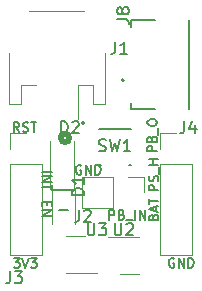
<source format=gto>
%TF.GenerationSoftware,KiCad,Pcbnew,8.0.1*%
%TF.CreationDate,2024-04-23T06:28:50-07:00*%
%TF.ProjectId,OnOffController,4f6e4f66-6643-46f6-9e74-726f6c6c6572,rev?*%
%TF.SameCoordinates,Original*%
%TF.FileFunction,Legend,Top*%
%TF.FilePolarity,Positive*%
%FSLAX46Y46*%
G04 Gerber Fmt 4.6, Leading zero omitted, Abs format (unit mm)*
G04 Created by KiCad (PCBNEW 8.0.1) date 2024-04-23 06:28:50*
%MOMM*%
%LPD*%
G01*
G04 APERTURE LIST*
%ADD10C,0.150000*%
%ADD11C,0.120000*%
%ADD12C,0.127000*%
%ADD13C,0.200000*%
%ADD14C,0.152400*%
%ADD15C,0.508000*%
G04 APERTURE END LIST*
D10*
X156464000Y-90678000D02*
X157226000Y-90678000D01*
X158623000Y-83312000D02*
G75*
G02*
X158369000Y-83312000I-127000J0D01*
G01*
X158369000Y-83312000D02*
G75*
G02*
X158623000Y-83312000I127000J0D01*
G01*
X160690160Y-91461295D02*
X160690160Y-90661295D01*
X160690160Y-90661295D02*
X160994922Y-90661295D01*
X160994922Y-90661295D02*
X161071112Y-90699390D01*
X161071112Y-90699390D02*
X161109207Y-90737485D01*
X161109207Y-90737485D02*
X161147303Y-90813676D01*
X161147303Y-90813676D02*
X161147303Y-90927961D01*
X161147303Y-90927961D02*
X161109207Y-91004152D01*
X161109207Y-91004152D02*
X161071112Y-91042247D01*
X161071112Y-91042247D02*
X160994922Y-91080342D01*
X160994922Y-91080342D02*
X160690160Y-91080342D01*
X161756826Y-91042247D02*
X161871112Y-91080342D01*
X161871112Y-91080342D02*
X161909207Y-91118438D01*
X161909207Y-91118438D02*
X161947303Y-91194628D01*
X161947303Y-91194628D02*
X161947303Y-91308914D01*
X161947303Y-91308914D02*
X161909207Y-91385104D01*
X161909207Y-91385104D02*
X161871112Y-91423200D01*
X161871112Y-91423200D02*
X161794922Y-91461295D01*
X161794922Y-91461295D02*
X161490160Y-91461295D01*
X161490160Y-91461295D02*
X161490160Y-90661295D01*
X161490160Y-90661295D02*
X161756826Y-90661295D01*
X161756826Y-90661295D02*
X161833017Y-90699390D01*
X161833017Y-90699390D02*
X161871112Y-90737485D01*
X161871112Y-90737485D02*
X161909207Y-90813676D01*
X161909207Y-90813676D02*
X161909207Y-90889866D01*
X161909207Y-90889866D02*
X161871112Y-90966057D01*
X161871112Y-90966057D02*
X161833017Y-91004152D01*
X161833017Y-91004152D02*
X161756826Y-91042247D01*
X161756826Y-91042247D02*
X161490160Y-91042247D01*
X162099684Y-91537485D02*
X162709207Y-91537485D01*
X162899684Y-91461295D02*
X162899684Y-90661295D01*
X163280636Y-91461295D02*
X163280636Y-90661295D01*
X163280636Y-90661295D02*
X163737779Y-91461295D01*
X163737779Y-91461295D02*
X163737779Y-90661295D01*
X164448247Y-91265173D02*
X164486342Y-91150887D01*
X164486342Y-91150887D02*
X164524438Y-91112792D01*
X164524438Y-91112792D02*
X164600628Y-91074696D01*
X164600628Y-91074696D02*
X164714914Y-91074696D01*
X164714914Y-91074696D02*
X164791104Y-91112792D01*
X164791104Y-91112792D02*
X164829200Y-91150887D01*
X164829200Y-91150887D02*
X164867295Y-91227077D01*
X164867295Y-91227077D02*
X164867295Y-91531839D01*
X164867295Y-91531839D02*
X164067295Y-91531839D01*
X164067295Y-91531839D02*
X164067295Y-91265173D01*
X164067295Y-91265173D02*
X164105390Y-91188982D01*
X164105390Y-91188982D02*
X164143485Y-91150887D01*
X164143485Y-91150887D02*
X164219676Y-91112792D01*
X164219676Y-91112792D02*
X164295866Y-91112792D01*
X164295866Y-91112792D02*
X164372057Y-91150887D01*
X164372057Y-91150887D02*
X164410152Y-91188982D01*
X164410152Y-91188982D02*
X164448247Y-91265173D01*
X164448247Y-91265173D02*
X164448247Y-91531839D01*
X164638723Y-90769935D02*
X164638723Y-90388982D01*
X164867295Y-90846125D02*
X164067295Y-90579458D01*
X164067295Y-90579458D02*
X164867295Y-90312792D01*
X164067295Y-90160411D02*
X164067295Y-89703268D01*
X164867295Y-89931840D02*
X164067295Y-89931840D01*
X166189207Y-94763390D02*
X166113017Y-94725295D01*
X166113017Y-94725295D02*
X165998731Y-94725295D01*
X165998731Y-94725295D02*
X165884445Y-94763390D01*
X165884445Y-94763390D02*
X165808255Y-94839580D01*
X165808255Y-94839580D02*
X165770160Y-94915771D01*
X165770160Y-94915771D02*
X165732064Y-95068152D01*
X165732064Y-95068152D02*
X165732064Y-95182438D01*
X165732064Y-95182438D02*
X165770160Y-95334819D01*
X165770160Y-95334819D02*
X165808255Y-95411009D01*
X165808255Y-95411009D02*
X165884445Y-95487200D01*
X165884445Y-95487200D02*
X165998731Y-95525295D01*
X165998731Y-95525295D02*
X166074922Y-95525295D01*
X166074922Y-95525295D02*
X166189207Y-95487200D01*
X166189207Y-95487200D02*
X166227303Y-95449104D01*
X166227303Y-95449104D02*
X166227303Y-95182438D01*
X166227303Y-95182438D02*
X166074922Y-95182438D01*
X166570160Y-95525295D02*
X166570160Y-94725295D01*
X166570160Y-94725295D02*
X167027303Y-95525295D01*
X167027303Y-95525295D02*
X167027303Y-94725295D01*
X167408255Y-95525295D02*
X167408255Y-94725295D01*
X167408255Y-94725295D02*
X167598731Y-94725295D01*
X167598731Y-94725295D02*
X167713017Y-94763390D01*
X167713017Y-94763390D02*
X167789207Y-94839580D01*
X167789207Y-94839580D02*
X167827302Y-94915771D01*
X167827302Y-94915771D02*
X167865398Y-95068152D01*
X167865398Y-95068152D02*
X167865398Y-95182438D01*
X167865398Y-95182438D02*
X167827302Y-95334819D01*
X167827302Y-95334819D02*
X167789207Y-95411009D01*
X167789207Y-95411009D02*
X167713017Y-95487200D01*
X167713017Y-95487200D02*
X167598731Y-95525295D01*
X167598731Y-95525295D02*
X167408255Y-95525295D01*
X152612969Y-94725295D02*
X153108207Y-94725295D01*
X153108207Y-94725295D02*
X152841541Y-95030057D01*
X152841541Y-95030057D02*
X152955826Y-95030057D01*
X152955826Y-95030057D02*
X153032017Y-95068152D01*
X153032017Y-95068152D02*
X153070112Y-95106247D01*
X153070112Y-95106247D02*
X153108207Y-95182438D01*
X153108207Y-95182438D02*
X153108207Y-95372914D01*
X153108207Y-95372914D02*
X153070112Y-95449104D01*
X153070112Y-95449104D02*
X153032017Y-95487200D01*
X153032017Y-95487200D02*
X152955826Y-95525295D01*
X152955826Y-95525295D02*
X152727255Y-95525295D01*
X152727255Y-95525295D02*
X152651064Y-95487200D01*
X152651064Y-95487200D02*
X152612969Y-95449104D01*
X153336779Y-94725295D02*
X153603446Y-95525295D01*
X153603446Y-95525295D02*
X153870112Y-94725295D01*
X154060588Y-94725295D02*
X154555826Y-94725295D01*
X154555826Y-94725295D02*
X154289160Y-95030057D01*
X154289160Y-95030057D02*
X154403445Y-95030057D01*
X154403445Y-95030057D02*
X154479636Y-95068152D01*
X154479636Y-95068152D02*
X154517731Y-95106247D01*
X154517731Y-95106247D02*
X154555826Y-95182438D01*
X154555826Y-95182438D02*
X154555826Y-95372914D01*
X154555826Y-95372914D02*
X154517731Y-95449104D01*
X154517731Y-95449104D02*
X154479636Y-95487200D01*
X154479636Y-95487200D02*
X154403445Y-95525295D01*
X154403445Y-95525295D02*
X154174874Y-95525295D01*
X154174874Y-95525295D02*
X154098683Y-95487200D01*
X154098683Y-95487200D02*
X154060588Y-95449104D01*
X155045704Y-87411160D02*
X155845704Y-87411160D01*
X155045704Y-87792112D02*
X155845704Y-87792112D01*
X155845704Y-87792112D02*
X155045704Y-88249255D01*
X155045704Y-88249255D02*
X155845704Y-88249255D01*
X155845704Y-88515921D02*
X155845704Y-88973064D01*
X155045704Y-88744492D02*
X155845704Y-88744492D01*
X158315207Y-86889390D02*
X158239017Y-86851295D01*
X158239017Y-86851295D02*
X158124731Y-86851295D01*
X158124731Y-86851295D02*
X158010445Y-86889390D01*
X158010445Y-86889390D02*
X157934255Y-86965580D01*
X157934255Y-86965580D02*
X157896160Y-87041771D01*
X157896160Y-87041771D02*
X157858064Y-87194152D01*
X157858064Y-87194152D02*
X157858064Y-87308438D01*
X157858064Y-87308438D02*
X157896160Y-87460819D01*
X157896160Y-87460819D02*
X157934255Y-87537009D01*
X157934255Y-87537009D02*
X158010445Y-87613200D01*
X158010445Y-87613200D02*
X158124731Y-87651295D01*
X158124731Y-87651295D02*
X158200922Y-87651295D01*
X158200922Y-87651295D02*
X158315207Y-87613200D01*
X158315207Y-87613200D02*
X158353303Y-87575104D01*
X158353303Y-87575104D02*
X158353303Y-87308438D01*
X158353303Y-87308438D02*
X158200922Y-87308438D01*
X158696160Y-87651295D02*
X158696160Y-86851295D01*
X158696160Y-86851295D02*
X159153303Y-87651295D01*
X159153303Y-87651295D02*
X159153303Y-86851295D01*
X159534255Y-87651295D02*
X159534255Y-86851295D01*
X159534255Y-86851295D02*
X159724731Y-86851295D01*
X159724731Y-86851295D02*
X159839017Y-86889390D01*
X159839017Y-86889390D02*
X159915207Y-86965580D01*
X159915207Y-86965580D02*
X159953302Y-87041771D01*
X159953302Y-87041771D02*
X159991398Y-87194152D01*
X159991398Y-87194152D02*
X159991398Y-87308438D01*
X159991398Y-87308438D02*
X159953302Y-87460819D01*
X159953302Y-87460819D02*
X159915207Y-87537009D01*
X159915207Y-87537009D02*
X159839017Y-87613200D01*
X159839017Y-87613200D02*
X159724731Y-87651295D01*
X159724731Y-87651295D02*
X159534255Y-87651295D01*
X164867295Y-88991839D02*
X164067295Y-88991839D01*
X164067295Y-88991839D02*
X164067295Y-88687077D01*
X164067295Y-88687077D02*
X164105390Y-88610887D01*
X164105390Y-88610887D02*
X164143485Y-88572792D01*
X164143485Y-88572792D02*
X164219676Y-88534696D01*
X164219676Y-88534696D02*
X164333961Y-88534696D01*
X164333961Y-88534696D02*
X164410152Y-88572792D01*
X164410152Y-88572792D02*
X164448247Y-88610887D01*
X164448247Y-88610887D02*
X164486342Y-88687077D01*
X164486342Y-88687077D02*
X164486342Y-88991839D01*
X164829200Y-88229935D02*
X164867295Y-88115649D01*
X164867295Y-88115649D02*
X164867295Y-87925173D01*
X164867295Y-87925173D02*
X164829200Y-87848982D01*
X164829200Y-87848982D02*
X164791104Y-87810887D01*
X164791104Y-87810887D02*
X164714914Y-87772792D01*
X164714914Y-87772792D02*
X164638723Y-87772792D01*
X164638723Y-87772792D02*
X164562533Y-87810887D01*
X164562533Y-87810887D02*
X164524438Y-87848982D01*
X164524438Y-87848982D02*
X164486342Y-87925173D01*
X164486342Y-87925173D02*
X164448247Y-88077554D01*
X164448247Y-88077554D02*
X164410152Y-88153744D01*
X164410152Y-88153744D02*
X164372057Y-88191839D01*
X164372057Y-88191839D02*
X164295866Y-88229935D01*
X164295866Y-88229935D02*
X164219676Y-88229935D01*
X164219676Y-88229935D02*
X164143485Y-88191839D01*
X164143485Y-88191839D02*
X164105390Y-88153744D01*
X164105390Y-88153744D02*
X164067295Y-88077554D01*
X164067295Y-88077554D02*
X164067295Y-87887077D01*
X164067295Y-87887077D02*
X164105390Y-87772792D01*
X164943485Y-87620411D02*
X164943485Y-87010887D01*
X164867295Y-86820410D02*
X164067295Y-86820410D01*
X164448247Y-86820410D02*
X164448247Y-86363267D01*
X164867295Y-86363267D02*
X164067295Y-86363267D01*
X164740295Y-85689839D02*
X163940295Y-85689839D01*
X163940295Y-85689839D02*
X163940295Y-85385077D01*
X163940295Y-85385077D02*
X163978390Y-85308887D01*
X163978390Y-85308887D02*
X164016485Y-85270792D01*
X164016485Y-85270792D02*
X164092676Y-85232696D01*
X164092676Y-85232696D02*
X164206961Y-85232696D01*
X164206961Y-85232696D02*
X164283152Y-85270792D01*
X164283152Y-85270792D02*
X164321247Y-85308887D01*
X164321247Y-85308887D02*
X164359342Y-85385077D01*
X164359342Y-85385077D02*
X164359342Y-85689839D01*
X164321247Y-84623173D02*
X164359342Y-84508887D01*
X164359342Y-84508887D02*
X164397438Y-84470792D01*
X164397438Y-84470792D02*
X164473628Y-84432696D01*
X164473628Y-84432696D02*
X164587914Y-84432696D01*
X164587914Y-84432696D02*
X164664104Y-84470792D01*
X164664104Y-84470792D02*
X164702200Y-84508887D01*
X164702200Y-84508887D02*
X164740295Y-84585077D01*
X164740295Y-84585077D02*
X164740295Y-84889839D01*
X164740295Y-84889839D02*
X163940295Y-84889839D01*
X163940295Y-84889839D02*
X163940295Y-84623173D01*
X163940295Y-84623173D02*
X163978390Y-84546982D01*
X163978390Y-84546982D02*
X164016485Y-84508887D01*
X164016485Y-84508887D02*
X164092676Y-84470792D01*
X164092676Y-84470792D02*
X164168866Y-84470792D01*
X164168866Y-84470792D02*
X164245057Y-84508887D01*
X164245057Y-84508887D02*
X164283152Y-84546982D01*
X164283152Y-84546982D02*
X164321247Y-84623173D01*
X164321247Y-84623173D02*
X164321247Y-84889839D01*
X164816485Y-84280316D02*
X164816485Y-83670792D01*
X163940295Y-83327934D02*
X163940295Y-83175553D01*
X163940295Y-83175553D02*
X163978390Y-83099363D01*
X163978390Y-83099363D02*
X164054580Y-83023172D01*
X164054580Y-83023172D02*
X164206961Y-82985077D01*
X164206961Y-82985077D02*
X164473628Y-82985077D01*
X164473628Y-82985077D02*
X164626009Y-83023172D01*
X164626009Y-83023172D02*
X164702200Y-83099363D01*
X164702200Y-83099363D02*
X164740295Y-83175553D01*
X164740295Y-83175553D02*
X164740295Y-83327934D01*
X164740295Y-83327934D02*
X164702200Y-83404125D01*
X164702200Y-83404125D02*
X164626009Y-83480315D01*
X164626009Y-83480315D02*
X164473628Y-83518411D01*
X164473628Y-83518411D02*
X164206961Y-83518411D01*
X164206961Y-83518411D02*
X164054580Y-83480315D01*
X164054580Y-83480315D02*
X163978390Y-83404125D01*
X163978390Y-83404125D02*
X163940295Y-83327934D01*
X153086303Y-84035295D02*
X152819636Y-83654342D01*
X152629160Y-84035295D02*
X152629160Y-83235295D01*
X152629160Y-83235295D02*
X152933922Y-83235295D01*
X152933922Y-83235295D02*
X153010112Y-83273390D01*
X153010112Y-83273390D02*
X153048207Y-83311485D01*
X153048207Y-83311485D02*
X153086303Y-83387676D01*
X153086303Y-83387676D02*
X153086303Y-83501961D01*
X153086303Y-83501961D02*
X153048207Y-83578152D01*
X153048207Y-83578152D02*
X153010112Y-83616247D01*
X153010112Y-83616247D02*
X152933922Y-83654342D01*
X152933922Y-83654342D02*
X152629160Y-83654342D01*
X153391064Y-83997200D02*
X153505350Y-84035295D01*
X153505350Y-84035295D02*
X153695826Y-84035295D01*
X153695826Y-84035295D02*
X153772017Y-83997200D01*
X153772017Y-83997200D02*
X153810112Y-83959104D01*
X153810112Y-83959104D02*
X153848207Y-83882914D01*
X153848207Y-83882914D02*
X153848207Y-83806723D01*
X153848207Y-83806723D02*
X153810112Y-83730533D01*
X153810112Y-83730533D02*
X153772017Y-83692438D01*
X153772017Y-83692438D02*
X153695826Y-83654342D01*
X153695826Y-83654342D02*
X153543445Y-83616247D01*
X153543445Y-83616247D02*
X153467255Y-83578152D01*
X153467255Y-83578152D02*
X153429160Y-83540057D01*
X153429160Y-83540057D02*
X153391064Y-83463866D01*
X153391064Y-83463866D02*
X153391064Y-83387676D01*
X153391064Y-83387676D02*
X153429160Y-83311485D01*
X153429160Y-83311485D02*
X153467255Y-83273390D01*
X153467255Y-83273390D02*
X153543445Y-83235295D01*
X153543445Y-83235295D02*
X153733922Y-83235295D01*
X153733922Y-83235295D02*
X153848207Y-83273390D01*
X154076779Y-83235295D02*
X154533922Y-83235295D01*
X154305350Y-84035295D02*
X154305350Y-83235295D01*
X155464752Y-89951160D02*
X155464752Y-90217826D01*
X155045704Y-90332112D02*
X155045704Y-89951160D01*
X155045704Y-89951160D02*
X155845704Y-89951160D01*
X155845704Y-89951160D02*
X155845704Y-90332112D01*
X155045704Y-90674970D02*
X155845704Y-90674970D01*
X155845704Y-90674970D02*
X155045704Y-91132113D01*
X155045704Y-91132113D02*
X155845704Y-91132113D01*
X158162666Y-90640819D02*
X158162666Y-91355104D01*
X158162666Y-91355104D02*
X158115047Y-91497961D01*
X158115047Y-91497961D02*
X158019809Y-91593200D01*
X158019809Y-91593200D02*
X157876952Y-91640819D01*
X157876952Y-91640819D02*
X157781714Y-91640819D01*
X158591238Y-90736057D02*
X158638857Y-90688438D01*
X158638857Y-90688438D02*
X158734095Y-90640819D01*
X158734095Y-90640819D02*
X158972190Y-90640819D01*
X158972190Y-90640819D02*
X159067428Y-90688438D01*
X159067428Y-90688438D02*
X159115047Y-90736057D01*
X159115047Y-90736057D02*
X159162666Y-90831295D01*
X159162666Y-90831295D02*
X159162666Y-90926533D01*
X159162666Y-90926533D02*
X159115047Y-91069390D01*
X159115047Y-91069390D02*
X158543619Y-91640819D01*
X158543619Y-91640819D02*
X159162666Y-91640819D01*
X158569819Y-89384094D02*
X157569819Y-89384094D01*
X157569819Y-89384094D02*
X157569819Y-89145999D01*
X157569819Y-89145999D02*
X157617438Y-89003142D01*
X157617438Y-89003142D02*
X157712676Y-88907904D01*
X157712676Y-88907904D02*
X157807914Y-88860285D01*
X157807914Y-88860285D02*
X157998390Y-88812666D01*
X157998390Y-88812666D02*
X158141247Y-88812666D01*
X158141247Y-88812666D02*
X158331723Y-88860285D01*
X158331723Y-88860285D02*
X158426961Y-88907904D01*
X158426961Y-88907904D02*
X158522200Y-89003142D01*
X158522200Y-89003142D02*
X158569819Y-89145999D01*
X158569819Y-89145999D02*
X158569819Y-89384094D01*
X158569819Y-87860285D02*
X158569819Y-88431713D01*
X158569819Y-88145999D02*
X157569819Y-88145999D01*
X157569819Y-88145999D02*
X157712676Y-88241237D01*
X157712676Y-88241237D02*
X157807914Y-88336475D01*
X157807914Y-88336475D02*
X157855533Y-88431713D01*
X161163095Y-91783819D02*
X161163095Y-92593342D01*
X161163095Y-92593342D02*
X161210714Y-92688580D01*
X161210714Y-92688580D02*
X161258333Y-92736200D01*
X161258333Y-92736200D02*
X161353571Y-92783819D01*
X161353571Y-92783819D02*
X161544047Y-92783819D01*
X161544047Y-92783819D02*
X161639285Y-92736200D01*
X161639285Y-92736200D02*
X161686904Y-92688580D01*
X161686904Y-92688580D02*
X161734523Y-92593342D01*
X161734523Y-92593342D02*
X161734523Y-91783819D01*
X162163095Y-91879057D02*
X162210714Y-91831438D01*
X162210714Y-91831438D02*
X162305952Y-91783819D01*
X162305952Y-91783819D02*
X162544047Y-91783819D01*
X162544047Y-91783819D02*
X162639285Y-91831438D01*
X162639285Y-91831438D02*
X162686904Y-91879057D01*
X162686904Y-91879057D02*
X162734523Y-91974295D01*
X162734523Y-91974295D02*
X162734523Y-92069533D01*
X162734523Y-92069533D02*
X162686904Y-92212390D01*
X162686904Y-92212390D02*
X162115476Y-92783819D01*
X162115476Y-92783819D02*
X162734523Y-92783819D01*
X161210666Y-76416819D02*
X161210666Y-77131104D01*
X161210666Y-77131104D02*
X161163047Y-77273961D01*
X161163047Y-77273961D02*
X161067809Y-77369200D01*
X161067809Y-77369200D02*
X160924952Y-77416819D01*
X160924952Y-77416819D02*
X160829714Y-77416819D01*
X162210666Y-77416819D02*
X161639238Y-77416819D01*
X161924952Y-77416819D02*
X161924952Y-76416819D01*
X161924952Y-76416819D02*
X161829714Y-76559676D01*
X161829714Y-76559676D02*
X161734476Y-76654914D01*
X161734476Y-76654914D02*
X161639238Y-76702533D01*
X167052666Y-83147819D02*
X167052666Y-83862104D01*
X167052666Y-83862104D02*
X167005047Y-84004961D01*
X167005047Y-84004961D02*
X166909809Y-84100200D01*
X166909809Y-84100200D02*
X166766952Y-84147819D01*
X166766952Y-84147819D02*
X166671714Y-84147819D01*
X167957428Y-83481152D02*
X167957428Y-84147819D01*
X167719333Y-83100200D02*
X167481238Y-83814485D01*
X167481238Y-83814485D02*
X168100285Y-83814485D01*
X158877095Y-91783819D02*
X158877095Y-92593342D01*
X158877095Y-92593342D02*
X158924714Y-92688580D01*
X158924714Y-92688580D02*
X158972333Y-92736200D01*
X158972333Y-92736200D02*
X159067571Y-92783819D01*
X159067571Y-92783819D02*
X159258047Y-92783819D01*
X159258047Y-92783819D02*
X159353285Y-92736200D01*
X159353285Y-92736200D02*
X159400904Y-92688580D01*
X159400904Y-92688580D02*
X159448523Y-92593342D01*
X159448523Y-92593342D02*
X159448523Y-91783819D01*
X159829476Y-91783819D02*
X160448523Y-91783819D01*
X160448523Y-91783819D02*
X160115190Y-92164771D01*
X160115190Y-92164771D02*
X160258047Y-92164771D01*
X160258047Y-92164771D02*
X160353285Y-92212390D01*
X160353285Y-92212390D02*
X160400904Y-92260009D01*
X160400904Y-92260009D02*
X160448523Y-92355247D01*
X160448523Y-92355247D02*
X160448523Y-92593342D01*
X160448523Y-92593342D02*
X160400904Y-92688580D01*
X160400904Y-92688580D02*
X160353285Y-92736200D01*
X160353285Y-92736200D02*
X160258047Y-92783819D01*
X160258047Y-92783819D02*
X159972333Y-92783819D01*
X159972333Y-92783819D02*
X159877095Y-92736200D01*
X159877095Y-92736200D02*
X159829476Y-92688580D01*
X161379819Y-74501333D02*
X162094104Y-74501333D01*
X162094104Y-74501333D02*
X162236961Y-74548952D01*
X162236961Y-74548952D02*
X162332200Y-74644190D01*
X162332200Y-74644190D02*
X162379819Y-74787047D01*
X162379819Y-74787047D02*
X162379819Y-74882285D01*
X161808390Y-73882285D02*
X161760771Y-73977523D01*
X161760771Y-73977523D02*
X161713152Y-74025142D01*
X161713152Y-74025142D02*
X161617914Y-74072761D01*
X161617914Y-74072761D02*
X161570295Y-74072761D01*
X161570295Y-74072761D02*
X161475057Y-74025142D01*
X161475057Y-74025142D02*
X161427438Y-73977523D01*
X161427438Y-73977523D02*
X161379819Y-73882285D01*
X161379819Y-73882285D02*
X161379819Y-73691809D01*
X161379819Y-73691809D02*
X161427438Y-73596571D01*
X161427438Y-73596571D02*
X161475057Y-73548952D01*
X161475057Y-73548952D02*
X161570295Y-73501333D01*
X161570295Y-73501333D02*
X161617914Y-73501333D01*
X161617914Y-73501333D02*
X161713152Y-73548952D01*
X161713152Y-73548952D02*
X161760771Y-73596571D01*
X161760771Y-73596571D02*
X161808390Y-73691809D01*
X161808390Y-73691809D02*
X161808390Y-73882285D01*
X161808390Y-73882285D02*
X161856009Y-73977523D01*
X161856009Y-73977523D02*
X161903628Y-74025142D01*
X161903628Y-74025142D02*
X161998866Y-74072761D01*
X161998866Y-74072761D02*
X162189342Y-74072761D01*
X162189342Y-74072761D02*
X162284580Y-74025142D01*
X162284580Y-74025142D02*
X162332200Y-73977523D01*
X162332200Y-73977523D02*
X162379819Y-73882285D01*
X162379819Y-73882285D02*
X162379819Y-73691809D01*
X162379819Y-73691809D02*
X162332200Y-73596571D01*
X162332200Y-73596571D02*
X162284580Y-73548952D01*
X162284580Y-73548952D02*
X162189342Y-73501333D01*
X162189342Y-73501333D02*
X161998866Y-73501333D01*
X161998866Y-73501333D02*
X161903628Y-73548952D01*
X161903628Y-73548952D02*
X161856009Y-73596571D01*
X161856009Y-73596571D02*
X161808390Y-73691809D01*
X159829667Y-85624200D02*
X159972524Y-85671819D01*
X159972524Y-85671819D02*
X160210619Y-85671819D01*
X160210619Y-85671819D02*
X160305857Y-85624200D01*
X160305857Y-85624200D02*
X160353476Y-85576580D01*
X160353476Y-85576580D02*
X160401095Y-85481342D01*
X160401095Y-85481342D02*
X160401095Y-85386104D01*
X160401095Y-85386104D02*
X160353476Y-85290866D01*
X160353476Y-85290866D02*
X160305857Y-85243247D01*
X160305857Y-85243247D02*
X160210619Y-85195628D01*
X160210619Y-85195628D02*
X160020143Y-85148009D01*
X160020143Y-85148009D02*
X159924905Y-85100390D01*
X159924905Y-85100390D02*
X159877286Y-85052771D01*
X159877286Y-85052771D02*
X159829667Y-84957533D01*
X159829667Y-84957533D02*
X159829667Y-84862295D01*
X159829667Y-84862295D02*
X159877286Y-84767057D01*
X159877286Y-84767057D02*
X159924905Y-84719438D01*
X159924905Y-84719438D02*
X160020143Y-84671819D01*
X160020143Y-84671819D02*
X160258238Y-84671819D01*
X160258238Y-84671819D02*
X160401095Y-84719438D01*
X160734429Y-84671819D02*
X160972524Y-85671819D01*
X160972524Y-85671819D02*
X161163000Y-84957533D01*
X161163000Y-84957533D02*
X161353476Y-85671819D01*
X161353476Y-85671819D02*
X161591572Y-84671819D01*
X162496333Y-85671819D02*
X161924905Y-85671819D01*
X162210619Y-85671819D02*
X162210619Y-84671819D01*
X162210619Y-84671819D02*
X162115381Y-84814676D01*
X162115381Y-84814676D02*
X162020143Y-84909914D01*
X162020143Y-84909914D02*
X161924905Y-84957533D01*
X152320666Y-95847819D02*
X152320666Y-96562104D01*
X152320666Y-96562104D02*
X152273047Y-96704961D01*
X152273047Y-96704961D02*
X152177809Y-96800200D01*
X152177809Y-96800200D02*
X152034952Y-96847819D01*
X152034952Y-96847819D02*
X151939714Y-96847819D01*
X152701619Y-95847819D02*
X153320666Y-95847819D01*
X153320666Y-95847819D02*
X152987333Y-96228771D01*
X152987333Y-96228771D02*
X153130190Y-96228771D01*
X153130190Y-96228771D02*
X153225428Y-96276390D01*
X153225428Y-96276390D02*
X153273047Y-96324009D01*
X153273047Y-96324009D02*
X153320666Y-96419247D01*
X153320666Y-96419247D02*
X153320666Y-96657342D01*
X153320666Y-96657342D02*
X153273047Y-96752580D01*
X153273047Y-96752580D02*
X153225428Y-96800200D01*
X153225428Y-96800200D02*
X153130190Y-96847819D01*
X153130190Y-96847819D02*
X152844476Y-96847819D01*
X152844476Y-96847819D02*
X152749238Y-96800200D01*
X152749238Y-96800200D02*
X152701619Y-96752580D01*
X156614905Y-84147819D02*
X156614905Y-83147819D01*
X156614905Y-83147819D02*
X156853000Y-83147819D01*
X156853000Y-83147819D02*
X156995857Y-83195438D01*
X156995857Y-83195438D02*
X157091095Y-83290676D01*
X157091095Y-83290676D02*
X157138714Y-83385914D01*
X157138714Y-83385914D02*
X157186333Y-83576390D01*
X157186333Y-83576390D02*
X157186333Y-83719247D01*
X157186333Y-83719247D02*
X157138714Y-83909723D01*
X157138714Y-83909723D02*
X157091095Y-84004961D01*
X157091095Y-84004961D02*
X156995857Y-84100200D01*
X156995857Y-84100200D02*
X156853000Y-84147819D01*
X156853000Y-84147819D02*
X156614905Y-84147819D01*
X157567286Y-83243057D02*
X157614905Y-83195438D01*
X157614905Y-83195438D02*
X157710143Y-83147819D01*
X157710143Y-83147819D02*
X157948238Y-83147819D01*
X157948238Y-83147819D02*
X158043476Y-83195438D01*
X158043476Y-83195438D02*
X158091095Y-83243057D01*
X158091095Y-83243057D02*
X158138714Y-83338295D01*
X158138714Y-83338295D02*
X158138714Y-83433533D01*
X158138714Y-83433533D02*
X158091095Y-83576390D01*
X158091095Y-83576390D02*
X157519667Y-84147819D01*
X157519667Y-84147819D02*
X158138714Y-84147819D01*
D11*
%TO.C,J2*%
X158441000Y-87824000D02*
X158441000Y-90484000D01*
X161041000Y-87824000D02*
X158441000Y-87824000D01*
X161041000Y-87824000D02*
X161041000Y-90484000D01*
X161041000Y-90484000D02*
X158441000Y-90484000D01*
X162311000Y-87824000D02*
X163641000Y-87824000D01*
X163641000Y-87824000D02*
X163641000Y-89154000D01*
%TO.C,D1*%
X155885000Y-88945000D02*
X155885000Y-91805000D01*
X157805000Y-88945000D02*
X155885000Y-88945000D01*
X157805000Y-91805000D02*
X157805000Y-88945000D01*
%TO.C,U2*%
X162433000Y-92928000D02*
X160633000Y-92928000D01*
X162433000Y-92928000D02*
X163233000Y-92928000D01*
X162433000Y-96048000D02*
X161633000Y-96048000D01*
X162433000Y-96048000D02*
X163233000Y-96048000D01*
%TO.C,J1*%
X152198000Y-77398000D02*
X152198000Y-81648000D01*
X152198000Y-81648000D02*
X153218000Y-81648000D01*
X153218000Y-80048000D02*
X154498000Y-80048000D01*
X153218000Y-81648000D02*
X153218000Y-80048000D01*
X158018000Y-80048000D02*
X158018000Y-82938000D01*
X158598000Y-73828000D02*
X153918000Y-73828000D01*
X159298000Y-80048000D02*
X158018000Y-80048000D01*
X159298000Y-81648000D02*
X159298000Y-80048000D01*
X160318000Y-77398000D02*
X160318000Y-81648000D01*
X160318000Y-81648000D02*
X159298000Y-81648000D01*
%TO.C,J4*%
X165040000Y-84151000D02*
X166370000Y-84151000D01*
X165040000Y-85481000D02*
X165040000Y-84151000D01*
X165040000Y-86751000D02*
X165040000Y-94431000D01*
X165040000Y-86751000D02*
X167700000Y-86751000D01*
X165040000Y-94431000D02*
X167700000Y-94431000D01*
X167700000Y-86751000D02*
X167700000Y-94431000D01*
%TO.C,U3*%
X157855500Y-92862000D02*
X157055500Y-92862000D01*
X157855500Y-92862000D02*
X158655500Y-92862000D01*
X157855500Y-95982000D02*
X157055500Y-95982000D01*
X157855500Y-95982000D02*
X159655500Y-95982000D01*
D12*
%TO.C,J8*%
X162539000Y-74602000D02*
X162539000Y-75152000D01*
X162539000Y-82102000D02*
X162539000Y-81552000D01*
X164619000Y-74602000D02*
X162539000Y-74602000D01*
X164619000Y-82102000D02*
X162539000Y-82102000D01*
X167439000Y-82102000D02*
X167439000Y-74602000D01*
D13*
X161937000Y-79672000D02*
G75*
G02*
X161737000Y-79672000I-100000J0D01*
G01*
X161737000Y-79672000D02*
G75*
G02*
X161937000Y-79672000I100000J0D01*
G01*
D14*
%TO.C,SW1*%
X159799189Y-86868000D02*
X159979360Y-86868000D01*
X162346640Y-86868000D02*
X162526811Y-86868000D01*
X162526811Y-83820000D02*
X159799189Y-83820000D01*
D15*
X157340300Y-84544000D02*
G75*
G02*
X156578300Y-84544000I-381000J0D01*
G01*
X156578300Y-84544000D02*
G75*
G02*
X157340300Y-84544000I381000J0D01*
G01*
D11*
%TO.C,J3*%
X152340000Y-84141000D02*
X153670000Y-84141000D01*
X152340000Y-85471000D02*
X152340000Y-84141000D01*
X152340000Y-86741000D02*
X152340000Y-94421000D01*
X152340000Y-86741000D02*
X155000000Y-86741000D01*
X152340000Y-94421000D02*
X155000000Y-94421000D01*
X155000000Y-86741000D02*
X155000000Y-94421000D01*
%TO.C,D2*%
X155718000Y-88848000D02*
X155718000Y-84838000D01*
X155718000Y-88848000D02*
X157718000Y-88848000D01*
X157718000Y-88848000D02*
X157718000Y-84838000D01*
%TD*%
M02*

</source>
